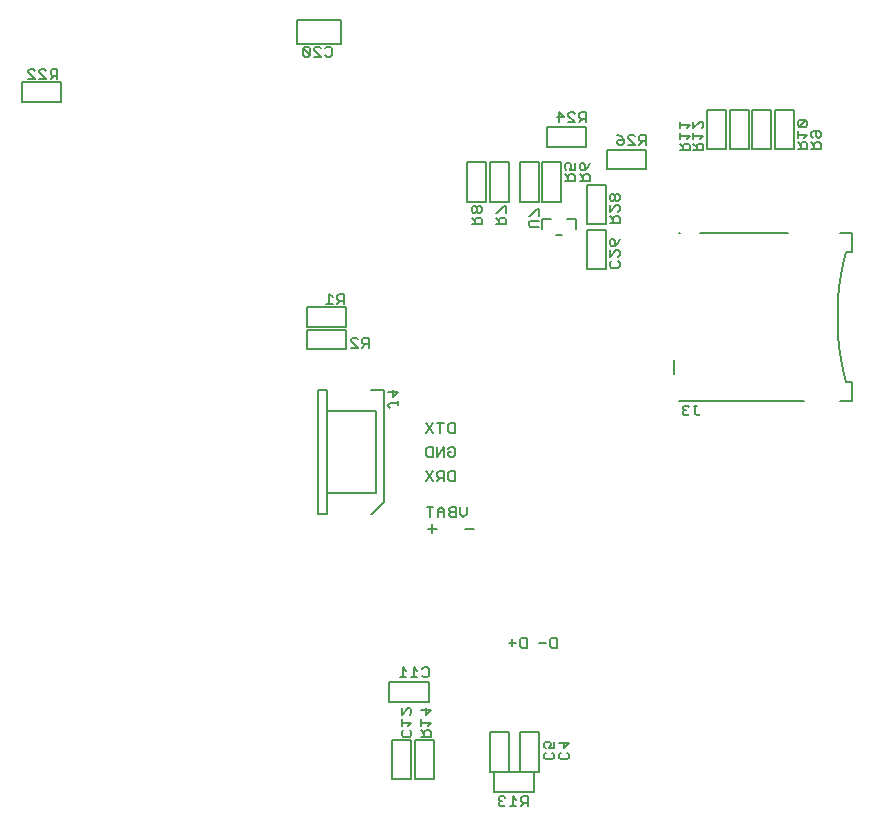
<source format=gbo>
G75*
G70*
%OFA0B0*%
%FSLAX24Y24*%
%IPPOS*%
%LPD*%
%AMOC8*
5,1,8,0,0,1.08239X$1,22.5*
%
%ADD10C,0.0070*%
D10*
X011425Y010113D02*
X011740Y010113D01*
X011740Y010802D01*
X011740Y013558D01*
X011740Y014247D01*
X011425Y014247D01*
X011425Y010113D01*
X011740Y010802D02*
X013354Y010802D01*
X013354Y013558D01*
X011740Y013558D01*
X013196Y014247D02*
X013629Y014247D01*
X013629Y010526D01*
X013216Y010113D01*
X013196Y010113D01*
X015060Y010345D02*
X015280Y010345D01*
X015170Y010345D02*
X015170Y010015D01*
X015242Y009774D02*
X015242Y009487D01*
X015385Y009630D02*
X015098Y009630D01*
X015428Y010015D02*
X015428Y010235D01*
X015538Y010345D01*
X015648Y010235D01*
X015648Y010015D01*
X015796Y010070D02*
X015852Y010015D01*
X016017Y010015D01*
X016017Y010345D01*
X015852Y010345D01*
X015796Y010290D01*
X015796Y010235D01*
X015852Y010180D01*
X016017Y010180D01*
X016165Y010125D02*
X016165Y010345D01*
X016165Y010125D02*
X016275Y010015D01*
X016385Y010125D01*
X016385Y010345D01*
X015852Y010180D02*
X015796Y010125D01*
X015796Y010070D01*
X015648Y010180D02*
X015428Y010180D01*
X016348Y009630D02*
X016635Y009630D01*
X015990Y011215D02*
X015825Y011215D01*
X015770Y011270D01*
X015770Y011490D01*
X015825Y011545D01*
X015990Y011545D01*
X015990Y011215D01*
X015622Y011215D02*
X015622Y011545D01*
X015456Y011545D01*
X015401Y011490D01*
X015401Y011380D01*
X015456Y011325D01*
X015622Y011325D01*
X015512Y011325D02*
X015401Y011215D01*
X015253Y011215D02*
X015033Y011545D01*
X015253Y011545D02*
X015033Y011215D01*
X015088Y012015D02*
X015033Y012070D01*
X015033Y012290D01*
X015088Y012345D01*
X015253Y012345D01*
X015253Y012015D01*
X015088Y012015D01*
X015401Y012015D02*
X015401Y012345D01*
X015622Y012345D02*
X015401Y012015D01*
X015622Y012015D02*
X015622Y012345D01*
X015770Y012290D02*
X015825Y012345D01*
X015935Y012345D01*
X015990Y012290D01*
X015990Y012070D01*
X015935Y012015D01*
X015825Y012015D01*
X015770Y012070D01*
X015770Y012180D01*
X015880Y012180D01*
X015825Y012815D02*
X015770Y012870D01*
X015770Y013090D01*
X015825Y013145D01*
X015990Y013145D01*
X015990Y012815D01*
X015825Y012815D01*
X015512Y012815D02*
X015512Y013145D01*
X015622Y013145D02*
X015401Y013145D01*
X015253Y013145D02*
X015033Y012815D01*
X015253Y012815D02*
X015033Y013145D01*
X014096Y013758D02*
X014096Y013868D01*
X014096Y013813D02*
X013820Y013813D01*
X013765Y013758D01*
X013765Y013703D01*
X013820Y013648D01*
X013930Y014016D02*
X013930Y014237D01*
X013765Y014182D02*
X014096Y014182D01*
X013930Y014016D01*
X013122Y015665D02*
X013122Y015995D01*
X012956Y015995D01*
X012901Y015940D01*
X012901Y015830D01*
X012956Y015775D01*
X013122Y015775D01*
X013012Y015775D02*
X012901Y015665D01*
X012753Y015665D02*
X012533Y015885D01*
X012533Y015940D01*
X012588Y015995D01*
X012698Y015995D01*
X012753Y015940D01*
X012753Y015665D02*
X012533Y015665D01*
X012380Y015610D02*
X012380Y016250D01*
X011060Y016250D01*
X011060Y015610D01*
X012380Y015610D01*
X012380Y016360D02*
X012380Y017000D01*
X011060Y017000D01*
X011060Y016360D01*
X012380Y016360D01*
X012285Y017115D02*
X012285Y017445D01*
X012120Y017445D01*
X012065Y017390D01*
X012065Y017280D01*
X012120Y017225D01*
X012285Y017225D01*
X012175Y017225D02*
X012065Y017115D01*
X011917Y017115D02*
X011696Y017115D01*
X011807Y017115D02*
X011807Y017445D01*
X011917Y017335D01*
X016555Y019778D02*
X016885Y019778D01*
X016885Y019944D01*
X016830Y019999D01*
X016720Y019999D01*
X016665Y019944D01*
X016665Y019778D01*
X016665Y019888D02*
X016555Y019999D01*
X016610Y020147D02*
X016665Y020147D01*
X016720Y020202D01*
X016720Y020312D01*
X016665Y020367D01*
X016610Y020367D01*
X016555Y020312D01*
X016555Y020202D01*
X016610Y020147D01*
X016720Y020202D02*
X016775Y020147D01*
X016830Y020147D01*
X016885Y020202D01*
X016885Y020312D01*
X016830Y020367D01*
X016775Y020367D01*
X016720Y020312D01*
X016400Y020520D02*
X017040Y020520D01*
X017040Y021840D01*
X016400Y021840D01*
X016400Y020520D01*
X017150Y020520D02*
X017790Y020520D01*
X017790Y021840D01*
X017150Y021840D01*
X017150Y020520D01*
X017355Y020147D02*
X017410Y020147D01*
X017630Y020367D01*
X017685Y020367D01*
X017685Y020147D01*
X017630Y019999D02*
X017520Y019999D01*
X017465Y019944D01*
X017465Y019778D01*
X017355Y019778D02*
X017685Y019778D01*
X017685Y019944D01*
X017630Y019999D01*
X017465Y019888D02*
X017355Y019999D01*
X018150Y020520D02*
X018790Y020520D01*
X018790Y021840D01*
X018150Y021840D01*
X018150Y020520D01*
X018455Y020047D02*
X018510Y020047D01*
X018730Y020267D01*
X018785Y020267D01*
X018785Y020047D01*
X018785Y019899D02*
X018510Y019899D01*
X018455Y019844D01*
X018455Y019733D01*
X018510Y019678D01*
X018785Y019678D01*
X018910Y019600D02*
X018910Y019940D01*
X019200Y019940D01*
X019740Y019940D02*
X020030Y019940D01*
X020030Y019600D01*
X020400Y019590D02*
X021040Y019590D01*
X021040Y018270D01*
X020400Y018270D01*
X020400Y019590D01*
X020400Y019770D02*
X021040Y019770D01*
X021040Y021090D01*
X020400Y021090D01*
X020400Y019770D01*
X021155Y019815D02*
X021485Y019815D01*
X021485Y019980D01*
X021430Y020035D01*
X021320Y020035D01*
X021265Y019980D01*
X021265Y019815D01*
X021265Y019925D02*
X021155Y020035D01*
X021155Y020183D02*
X021375Y020404D01*
X021430Y020404D01*
X021485Y020348D01*
X021485Y020238D01*
X021430Y020183D01*
X021155Y020183D02*
X021155Y020404D01*
X021210Y020552D02*
X021155Y020607D01*
X021155Y020717D01*
X021210Y020772D01*
X021265Y020772D01*
X021320Y020717D01*
X021320Y020607D01*
X021375Y020552D01*
X021430Y020552D01*
X021485Y020607D01*
X021485Y020717D01*
X021430Y020772D01*
X021375Y020772D01*
X021320Y020717D01*
X021320Y020607D02*
X021265Y020552D01*
X021210Y020552D01*
X020485Y021215D02*
X020485Y021380D01*
X020430Y021435D01*
X020320Y021435D01*
X020265Y021380D01*
X020265Y021215D01*
X020155Y021215D02*
X020485Y021215D01*
X020265Y021325D02*
X020155Y021435D01*
X020210Y021583D02*
X020155Y021638D01*
X020155Y021748D01*
X020210Y021804D01*
X020265Y021804D01*
X020320Y021748D01*
X020320Y021583D01*
X020210Y021583D01*
X020320Y021583D02*
X020430Y021693D01*
X020485Y021804D01*
X020380Y022360D02*
X020380Y023000D01*
X019060Y023000D01*
X019060Y022360D01*
X020380Y022360D01*
X019985Y021804D02*
X019985Y021583D01*
X019820Y021583D01*
X019875Y021693D01*
X019875Y021748D01*
X019820Y021804D01*
X019710Y021804D01*
X019655Y021748D01*
X019655Y021638D01*
X019710Y021583D01*
X019655Y021435D02*
X019765Y021325D01*
X019765Y021380D02*
X019765Y021215D01*
X019655Y021215D02*
X019985Y021215D01*
X019985Y021380D01*
X019930Y021435D01*
X019820Y021435D01*
X019765Y021380D01*
X019540Y021840D02*
X019540Y020520D01*
X018900Y020520D01*
X018900Y021840D01*
X019540Y021840D01*
X019463Y023175D02*
X019463Y023505D01*
X019628Y023340D01*
X019408Y023340D01*
X019776Y023395D02*
X019776Y023450D01*
X019832Y023505D01*
X019942Y023505D01*
X019997Y023450D01*
X020145Y023450D02*
X020145Y023340D01*
X020200Y023285D01*
X020365Y023285D01*
X020365Y023175D02*
X020365Y023505D01*
X020200Y023505D01*
X020145Y023450D01*
X020255Y023285D02*
X020145Y023175D01*
X019997Y023175D02*
X019776Y023395D01*
X019776Y023175D02*
X019997Y023175D01*
X021060Y022250D02*
X021060Y021610D01*
X022380Y021610D01*
X022380Y022250D01*
X021060Y022250D01*
X021408Y022480D02*
X021408Y022535D01*
X021463Y022590D01*
X021628Y022590D01*
X021628Y022480D01*
X021573Y022425D01*
X021463Y022425D01*
X021408Y022480D01*
X021518Y022700D02*
X021408Y022755D01*
X021518Y022700D02*
X021628Y022590D01*
X021776Y022645D02*
X021776Y022700D01*
X021832Y022755D01*
X021942Y022755D01*
X021997Y022700D01*
X022145Y022700D02*
X022200Y022755D01*
X022365Y022755D01*
X022365Y022425D01*
X022365Y022535D02*
X022200Y022535D01*
X022145Y022590D01*
X022145Y022700D01*
X022255Y022535D02*
X022145Y022425D01*
X021997Y022425D02*
X021776Y022645D01*
X021776Y022425D02*
X021997Y022425D01*
X023495Y022460D02*
X023605Y022350D01*
X023605Y022405D02*
X023605Y022240D01*
X023495Y022240D02*
X023825Y022240D01*
X023825Y022405D01*
X023770Y022460D01*
X023660Y022460D01*
X023605Y022405D01*
X023495Y022608D02*
X023495Y022829D01*
X023495Y022718D02*
X023825Y022718D01*
X023715Y022608D01*
X023945Y022608D02*
X023945Y022829D01*
X023945Y022718D02*
X024275Y022718D01*
X024165Y022608D01*
X024110Y022460D02*
X024055Y022405D01*
X024055Y022240D01*
X023945Y022240D02*
X024275Y022240D01*
X024275Y022405D01*
X024220Y022460D01*
X024110Y022460D01*
X024055Y022350D02*
X023945Y022460D01*
X024400Y022270D02*
X025040Y022270D01*
X025040Y023590D01*
X024400Y023590D01*
X024400Y022270D01*
X024220Y022977D02*
X024275Y023032D01*
X024275Y023142D01*
X024220Y023197D01*
X024165Y023197D01*
X023945Y022977D01*
X023945Y023197D01*
X023825Y023087D02*
X023715Y022977D01*
X023825Y023087D02*
X023495Y023087D01*
X023495Y022977D02*
X023495Y023197D01*
X025150Y023590D02*
X025150Y022270D01*
X025790Y022270D01*
X025790Y023590D01*
X025150Y023590D01*
X025900Y023590D02*
X025900Y022270D01*
X026540Y022270D01*
X026540Y023590D01*
X025900Y023590D01*
X026650Y023590D02*
X026650Y022270D01*
X027290Y022270D01*
X027290Y023590D01*
X026650Y023590D01*
X027415Y023187D02*
X027415Y023077D01*
X027470Y023022D01*
X027690Y023242D01*
X027470Y023242D01*
X027415Y023187D01*
X027470Y023022D02*
X027690Y023022D01*
X027745Y023077D01*
X027745Y023187D01*
X027690Y023242D01*
X027920Y022874D02*
X027865Y022818D01*
X027865Y022708D01*
X027920Y022653D01*
X028030Y022708D02*
X028030Y022874D01*
X027920Y022874D02*
X028140Y022874D01*
X028195Y022818D01*
X028195Y022708D01*
X028140Y022653D01*
X028085Y022653D01*
X028030Y022708D01*
X028030Y022505D02*
X027975Y022450D01*
X027975Y022285D01*
X027865Y022285D02*
X028195Y022285D01*
X028195Y022450D01*
X028140Y022505D01*
X028030Y022505D01*
X027975Y022395D02*
X027865Y022505D01*
X027745Y022450D02*
X027690Y022505D01*
X027580Y022505D01*
X027525Y022450D01*
X027525Y022285D01*
X027415Y022285D02*
X027745Y022285D01*
X027745Y022450D01*
X027525Y022395D02*
X027415Y022505D01*
X027415Y022653D02*
X027415Y022874D01*
X027415Y022763D02*
X027745Y022763D01*
X027635Y022653D01*
X027094Y019475D02*
X024181Y019475D01*
X023511Y019475D02*
X023472Y019475D01*
X021485Y019272D02*
X021430Y019162D01*
X021320Y019052D01*
X021320Y019217D01*
X021265Y019272D01*
X021210Y019272D01*
X021155Y019217D01*
X021155Y019107D01*
X021210Y019052D01*
X021320Y019052D01*
X021375Y018904D02*
X021430Y018904D01*
X021485Y018848D01*
X021485Y018738D01*
X021430Y018683D01*
X021430Y018535D02*
X021485Y018480D01*
X021485Y018370D01*
X021430Y018315D01*
X021210Y018315D01*
X021155Y018370D01*
X021155Y018480D01*
X021210Y018535D01*
X021155Y018683D02*
X021155Y018904D01*
X021375Y018904D02*
X021155Y018683D01*
X019570Y019420D02*
X019370Y019420D01*
X023314Y015263D02*
X023314Y014790D01*
X023472Y013885D02*
X027645Y013885D01*
X028826Y013885D02*
X029220Y013885D01*
X029220Y014515D01*
X029023Y014515D01*
X028932Y014902D01*
X028859Y015293D01*
X028804Y015687D01*
X028768Y016084D01*
X028749Y016481D01*
X028749Y016879D01*
X028768Y017276D01*
X028804Y017673D01*
X028859Y018067D01*
X028932Y018458D01*
X029023Y018845D01*
X029220Y018845D01*
X029220Y019475D01*
X028826Y019475D01*
X024064Y013732D02*
X023953Y013732D01*
X024008Y013732D02*
X024008Y013457D01*
X024064Y013402D01*
X024119Y013402D01*
X024174Y013457D01*
X023805Y013457D02*
X023750Y013402D01*
X023640Y013402D01*
X023585Y013457D01*
X023585Y013512D01*
X023640Y013567D01*
X023695Y013567D01*
X023640Y013567D02*
X023585Y013622D01*
X023585Y013677D01*
X023640Y013732D01*
X023750Y013732D01*
X023805Y013677D01*
X019385Y005995D02*
X019220Y005995D01*
X019165Y005940D01*
X019165Y005720D01*
X019220Y005665D01*
X019385Y005665D01*
X019385Y005995D01*
X019017Y005830D02*
X018796Y005830D01*
X018385Y005665D02*
X018220Y005665D01*
X018165Y005720D01*
X018165Y005940D01*
X018220Y005995D01*
X018385Y005995D01*
X018385Y005665D01*
X018017Y005830D02*
X017796Y005830D01*
X017907Y005940D02*
X017907Y005720D01*
X017790Y002840D02*
X017150Y002840D01*
X017150Y001520D01*
X017790Y001520D01*
X017790Y002840D01*
X018150Y002840D02*
X018150Y001520D01*
X018790Y001520D01*
X018790Y002840D01*
X018150Y002840D01*
X018965Y002468D02*
X018965Y002358D01*
X019020Y002303D01*
X019130Y002303D02*
X019185Y002413D01*
X019185Y002468D01*
X019130Y002524D01*
X019020Y002524D01*
X018965Y002468D01*
X019130Y002303D02*
X019295Y002303D01*
X019295Y002524D01*
X019465Y002468D02*
X019795Y002468D01*
X019630Y002303D01*
X019630Y002524D01*
X019520Y002155D02*
X019465Y002100D01*
X019465Y001990D01*
X019520Y001935D01*
X019740Y001935D01*
X019795Y001990D01*
X019795Y002100D01*
X019740Y002155D01*
X019295Y002100D02*
X019295Y001990D01*
X019240Y001935D01*
X019020Y001935D01*
X018965Y001990D01*
X018965Y002100D01*
X019020Y002155D01*
X019240Y002155D02*
X019295Y002100D01*
X018630Y001500D02*
X018630Y000860D01*
X017310Y000860D01*
X017310Y001500D01*
X018630Y001500D01*
X018415Y000705D02*
X018250Y000705D01*
X018195Y000650D01*
X018195Y000540D01*
X018250Y000485D01*
X018415Y000485D01*
X018415Y000375D02*
X018415Y000705D01*
X018305Y000485D02*
X018195Y000375D01*
X018047Y000375D02*
X017826Y000375D01*
X017937Y000375D02*
X017937Y000705D01*
X018047Y000595D01*
X017678Y000650D02*
X017623Y000705D01*
X017513Y000705D01*
X017458Y000650D01*
X017458Y000595D01*
X017513Y000540D01*
X017458Y000485D01*
X017458Y000430D01*
X017513Y000375D01*
X017623Y000375D01*
X017678Y000430D01*
X017568Y000540D02*
X017513Y000540D01*
X015290Y001270D02*
X015290Y002590D01*
X014650Y002590D01*
X014650Y001270D01*
X015290Y001270D01*
X014540Y001270D02*
X014540Y002590D01*
X013900Y002590D01*
X013900Y001270D01*
X014540Y001270D01*
X014490Y002685D02*
X014270Y002685D01*
X014215Y002740D01*
X014215Y002850D01*
X014270Y002905D01*
X014215Y003053D02*
X014215Y003274D01*
X014215Y003163D02*
X014545Y003163D01*
X014435Y003053D01*
X014490Y002905D02*
X014545Y002850D01*
X014545Y002740D01*
X014490Y002685D01*
X014865Y002685D02*
X015195Y002685D01*
X015195Y002850D01*
X015140Y002905D01*
X015030Y002905D01*
X014975Y002850D01*
X014975Y002685D01*
X014975Y002795D02*
X014865Y002905D01*
X014865Y003053D02*
X014865Y003274D01*
X014865Y003163D02*
X015195Y003163D01*
X015085Y003053D01*
X015030Y003422D02*
X015030Y003642D01*
X014865Y003587D02*
X015195Y003587D01*
X015030Y003422D01*
X015130Y003860D02*
X015130Y004500D01*
X013810Y004500D01*
X013810Y003860D01*
X015130Y003860D01*
X014545Y003587D02*
X014545Y003477D01*
X014490Y003422D01*
X014545Y003587D02*
X014490Y003642D01*
X014435Y003642D01*
X014215Y003422D01*
X014215Y003642D01*
X014268Y004675D02*
X014268Y005005D01*
X014378Y004895D01*
X014378Y004675D02*
X014158Y004675D01*
X014526Y004675D02*
X014747Y004675D01*
X014637Y004675D02*
X014637Y005005D01*
X014747Y004895D01*
X014895Y004950D02*
X014950Y005005D01*
X015060Y005005D01*
X015115Y004950D01*
X015115Y004730D01*
X015060Y004675D01*
X014950Y004675D01*
X014895Y004730D01*
X002880Y023860D02*
X001560Y023860D01*
X001560Y024500D01*
X002880Y024500D01*
X002880Y023860D01*
X002735Y024615D02*
X002735Y024945D01*
X002570Y024945D01*
X002515Y024890D01*
X002515Y024780D01*
X002570Y024725D01*
X002735Y024725D01*
X002625Y024725D02*
X002515Y024615D01*
X002367Y024615D02*
X002146Y024835D01*
X002146Y024890D01*
X002202Y024945D01*
X002312Y024945D01*
X002367Y024890D01*
X002367Y024615D02*
X002146Y024615D01*
X001998Y024615D02*
X001778Y024835D01*
X001778Y024890D01*
X001833Y024945D01*
X001943Y024945D01*
X001998Y024890D01*
X001998Y024615D02*
X001778Y024615D01*
X010730Y025780D02*
X010730Y026580D01*
X012210Y026580D01*
X012210Y025780D01*
X010730Y025780D01*
X010933Y025640D02*
X011153Y025420D01*
X011098Y025365D01*
X010988Y025365D01*
X010933Y025420D01*
X010933Y025640D01*
X010988Y025695D01*
X011098Y025695D01*
X011153Y025640D01*
X011153Y025420D01*
X011301Y025365D02*
X011522Y025365D01*
X011301Y025585D01*
X011301Y025640D01*
X011356Y025695D01*
X011467Y025695D01*
X011522Y025640D01*
X011670Y025640D02*
X011725Y025695D01*
X011835Y025695D01*
X011890Y025640D01*
X011890Y025420D01*
X011835Y025365D01*
X011725Y025365D01*
X011670Y025420D01*
M02*

</source>
